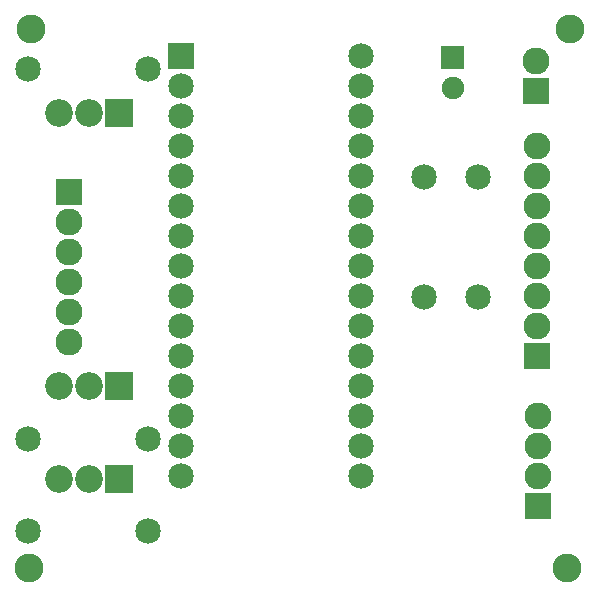
<source format=gbs>
G04 MADE WITH FRITZING*
G04 WWW.FRITZING.ORG*
G04 DOUBLE SIDED*
G04 HOLES PLATED*
G04 CONTOUR ON CENTER OF CONTOUR VECTOR*
%ASAXBY*%
%FSLAX23Y23*%
%MOIN*%
%OFA0B0*%
%SFA1.0B1.0*%
%ADD10C,0.085000*%
%ADD11C,0.090000*%
%ADD12C,0.096614*%
%ADD13C,0.092000*%
%ADD14C,0.075000*%
%ADD15R,0.085000X0.085000*%
%ADD16R,0.090000X0.090000*%
%ADD17R,0.092000X0.092000*%
%ADD18R,0.001000X0.001000*%
%LNMASK0*%
G90*
G70*
G54D10*
X590Y1792D03*
X1190Y1792D03*
X590Y1692D03*
X1190Y1692D03*
X590Y1592D03*
X1190Y1592D03*
X590Y1492D03*
X1190Y1492D03*
X590Y1392D03*
X1190Y1392D03*
X590Y1292D03*
X1190Y1292D03*
X590Y1192D03*
X1190Y1192D03*
X590Y1092D03*
X1190Y1092D03*
X590Y992D03*
X1190Y992D03*
X590Y892D03*
X1190Y892D03*
X590Y792D03*
X1190Y792D03*
X590Y692D03*
X1190Y692D03*
X590Y592D03*
X1190Y592D03*
X590Y492D03*
X1190Y492D03*
X590Y392D03*
X1190Y392D03*
G54D11*
X214Y1336D03*
X214Y1236D03*
X214Y1136D03*
X214Y1036D03*
X214Y936D03*
X214Y836D03*
X1775Y791D03*
X1775Y891D03*
X1775Y991D03*
X1775Y1091D03*
X1775Y1191D03*
X1775Y1291D03*
X1775Y1391D03*
X1775Y1491D03*
X1778Y290D03*
X1778Y390D03*
X1778Y490D03*
X1778Y590D03*
X1771Y1674D03*
X1771Y1774D03*
G54D12*
X1876Y83D03*
X1885Y1882D03*
X81Y83D03*
X89Y1882D03*
G54D10*
X479Y1747D03*
X79Y1747D03*
X479Y513D03*
X79Y513D03*
X479Y206D03*
X79Y206D03*
X1578Y1386D03*
X1578Y986D03*
X1399Y1386D03*
X1399Y986D03*
G54D13*
X382Y1601D03*
X282Y1601D03*
X182Y1601D03*
X382Y692D03*
X282Y692D03*
X182Y692D03*
X382Y381D03*
X282Y381D03*
X182Y381D03*
G54D14*
X1495Y1784D03*
X1495Y1684D03*
G54D15*
X590Y1792D03*
G54D16*
X214Y1336D03*
X1775Y791D03*
X1778Y290D03*
X1771Y1674D03*
G54D17*
X382Y1601D03*
X382Y692D03*
X382Y381D03*
G54D18*
X1457Y1822D02*
X1531Y1822D01*
X1457Y1821D02*
X1531Y1821D01*
X1457Y1820D02*
X1531Y1820D01*
X1457Y1819D02*
X1531Y1819D01*
X1457Y1818D02*
X1531Y1818D01*
X1457Y1817D02*
X1531Y1817D01*
X1457Y1816D02*
X1531Y1816D01*
X1457Y1815D02*
X1531Y1815D01*
X1457Y1814D02*
X1531Y1814D01*
X1457Y1813D02*
X1531Y1813D01*
X1457Y1812D02*
X1531Y1812D01*
X1457Y1811D02*
X1531Y1811D01*
X1457Y1810D02*
X1531Y1810D01*
X1457Y1809D02*
X1531Y1809D01*
X1457Y1808D02*
X1531Y1808D01*
X1457Y1807D02*
X1531Y1807D01*
X1457Y1806D02*
X1531Y1806D01*
X1457Y1805D02*
X1531Y1805D01*
X1457Y1804D02*
X1531Y1804D01*
X1457Y1803D02*
X1531Y1803D01*
X1457Y1802D02*
X1531Y1802D01*
X1457Y1801D02*
X1531Y1801D01*
X1457Y1800D02*
X1531Y1800D01*
X1457Y1799D02*
X1531Y1799D01*
X1457Y1798D02*
X1531Y1798D01*
X1457Y1797D02*
X1531Y1797D01*
X1457Y1796D02*
X1531Y1796D01*
X1457Y1795D02*
X1531Y1795D01*
X1457Y1794D02*
X1531Y1794D01*
X1457Y1793D02*
X1490Y1793D01*
X1498Y1793D02*
X1531Y1793D01*
X1457Y1792D02*
X1488Y1792D01*
X1500Y1792D02*
X1531Y1792D01*
X1457Y1791D02*
X1487Y1791D01*
X1501Y1791D02*
X1531Y1791D01*
X1457Y1790D02*
X1486Y1790D01*
X1502Y1790D02*
X1531Y1790D01*
X1457Y1789D02*
X1486Y1789D01*
X1502Y1789D02*
X1531Y1789D01*
X1457Y1788D02*
X1485Y1788D01*
X1503Y1788D02*
X1531Y1788D01*
X1457Y1787D02*
X1485Y1787D01*
X1503Y1787D02*
X1531Y1787D01*
X1457Y1786D02*
X1485Y1786D01*
X1503Y1786D02*
X1531Y1786D01*
X1457Y1785D02*
X1485Y1785D01*
X1503Y1785D02*
X1531Y1785D01*
X1457Y1784D02*
X1485Y1784D01*
X1503Y1784D02*
X1531Y1784D01*
X1457Y1783D02*
X1485Y1783D01*
X1503Y1783D02*
X1531Y1783D01*
X1457Y1782D02*
X1485Y1782D01*
X1503Y1782D02*
X1531Y1782D01*
X1457Y1781D02*
X1485Y1781D01*
X1503Y1781D02*
X1531Y1781D01*
X1457Y1780D02*
X1486Y1780D01*
X1502Y1780D02*
X1531Y1780D01*
X1457Y1779D02*
X1486Y1779D01*
X1502Y1779D02*
X1531Y1779D01*
X1457Y1778D02*
X1487Y1778D01*
X1501Y1778D02*
X1531Y1778D01*
X1457Y1777D02*
X1489Y1777D01*
X1499Y1777D02*
X1531Y1777D01*
X1457Y1776D02*
X1492Y1776D01*
X1496Y1776D02*
X1531Y1776D01*
X1457Y1775D02*
X1531Y1775D01*
X1457Y1774D02*
X1531Y1774D01*
X1457Y1773D02*
X1531Y1773D01*
X1457Y1772D02*
X1531Y1772D01*
X1457Y1771D02*
X1531Y1771D01*
X1457Y1770D02*
X1531Y1770D01*
X1457Y1769D02*
X1531Y1769D01*
X1457Y1768D02*
X1531Y1768D01*
X1457Y1767D02*
X1531Y1767D01*
X1457Y1766D02*
X1531Y1766D01*
X1457Y1765D02*
X1531Y1765D01*
X1457Y1764D02*
X1531Y1764D01*
X1457Y1763D02*
X1531Y1763D01*
X1457Y1762D02*
X1531Y1762D01*
X1457Y1761D02*
X1531Y1761D01*
X1457Y1760D02*
X1531Y1760D01*
X1457Y1759D02*
X1531Y1759D01*
X1457Y1758D02*
X1531Y1758D01*
X1457Y1757D02*
X1531Y1757D01*
X1457Y1756D02*
X1531Y1756D01*
X1457Y1755D02*
X1531Y1755D01*
X1457Y1754D02*
X1531Y1754D01*
X1457Y1753D02*
X1531Y1753D01*
X1457Y1752D02*
X1531Y1752D01*
X1457Y1751D02*
X1531Y1751D01*
X1457Y1750D02*
X1531Y1750D01*
X1457Y1749D02*
X1531Y1749D01*
X1457Y1748D02*
X1531Y1748D01*
D02*
G04 End of Mask0*
M02*
</source>
